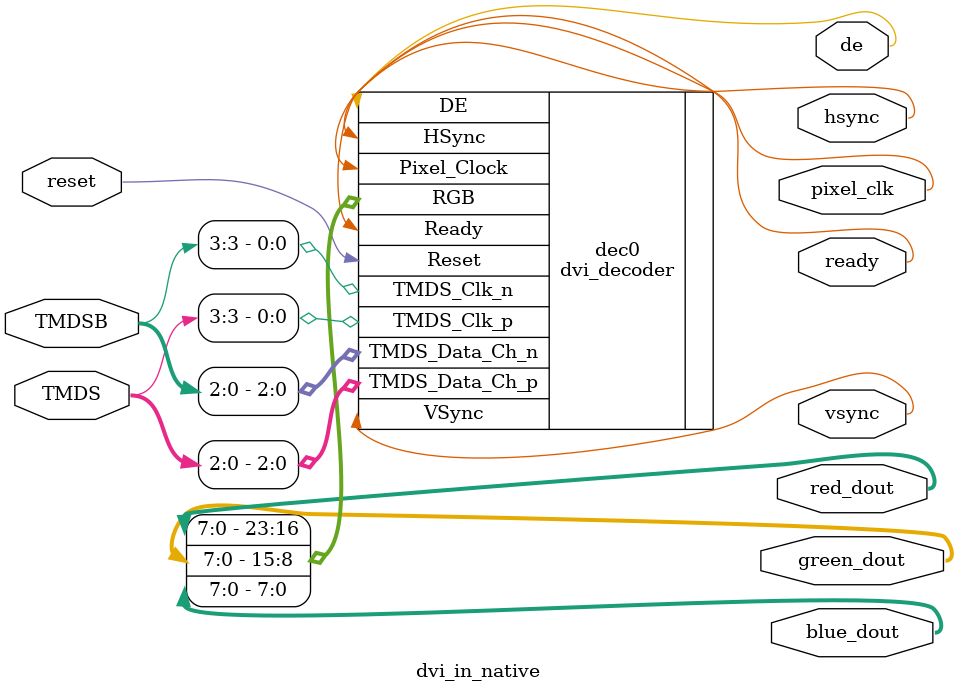
<source format=v>
`timescale 1 ps / 1 ps

module dvi_in_native (
	input  wire reset,
	output wire pixel_clk, 
	output wire ready,
	output wire [7:0] blue_dout,      // Blue data out
	output wire [7:0] green_dout,     // Green data out
	output wire [7:0] red_dout,       // Red data out
	output wire       hsync,          // hsync data
	output wire       vsync,          // vsync data
	output wire       de,             // data enable
  
	input  wire [3:0] TMDS,
	input  wire [3:0] TMDSB
);

  dvi_decoder dec0 ( 
    .TMDS_Clk_p(TMDS[3]),
    .TMDS_Clk_n(TMDSB[3]),
    .TMDS_Data_Ch_p(TMDS[2:0]),
    .TMDS_Data_Ch_n(TMDSB[2:0]),
    .Reset(reset),
    .Ready(ready),
    .Pixel_Clock(pixel_clk),
    .RGB({red_dout, green_dout, blue_dout}),
    .DE(de),
    .VSync(vsync),
    .HSync(hsync)
    );

endmodule

</source>
